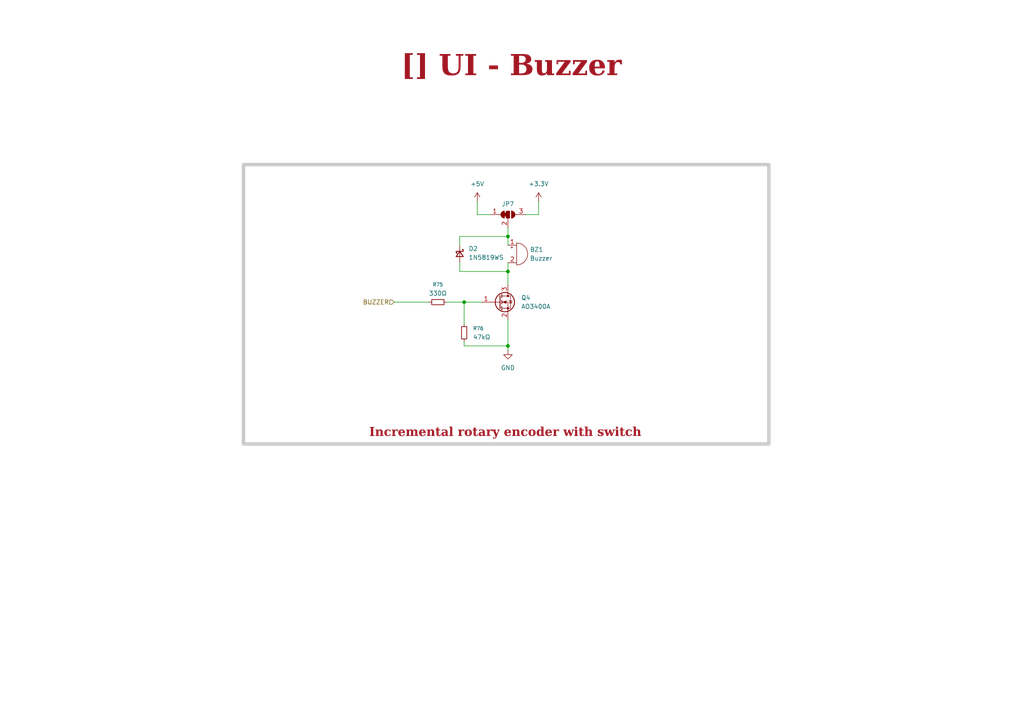
<source format=kicad_sch>
(kicad_sch (version 20250114) (generator "eeschema") (generator_version "9.0")
  (paper "A4")
  (title_block (title "UI - Buzzer") (rev "${REVISION}") (company "${COMPANY}"))
  (lib_symbols
    (symbol "0_diodes:1N5819WS" (pin_numbers (hide yes)) (pin_names (offset 0.254) (hide yes))
      (property "Reference" "D" (at -1.27 2.032 0))
      (property "Value" "1N5819WS" (at -7.112 -2.032 0))
      (symbol "1N5819WS_0_1"
        (polyline (pts (xy -1.27 0.762) (xy -1.27 1.016) (xy -0.762 1.016) (xy -0.762 -1.016) (xy -0.254 -1.016) (xy -0.254 -0.762)) (stroke (width 0.254)))
        (polyline (pts (xy -0.762 0) (xy 0.762 0)))
        (polyline (pts (xy 0.762 -1.016) (xy -0.762 0) (xy 0.762 1.016) (xy 0.762 -1.016)) (stroke (width 0.254)))
      )
      (symbol "1N5819WS_1_1"
        (pin passive line (at -2.54 0 0) (length 1.778) (name "K") (number "1"))
        (pin passive line (at 2.54 0 180) (length 1.778) (name "A") (number "2"))
      )
    )
    (symbol "0_resistors:0402WGF3300TCE" (pin_numbers (hide yes)) (pin_names (offset 0.254) (hide yes))
      (property "Reference" "R" (at 0 0 90))
      (property "Value" "330Ω" (at 1.778 0 90))
      (symbol "0402WGF3300TCE_0_1"
        (rectangle (start -0.762 1.778) (end 0.762 -1.778) (stroke (width 0.2032)))
      )
      (symbol "0402WGF3300TCE_1_1"
        (pin passive line (at 0 2.54 270) (length 0.762) (name "~") (number "1"))
        (pin passive line (at 0 -2.54 90) (length 0.762) (name "~") (number "2"))
      )
    )
    (symbol "0_resistors:0402WGF4702TCE" (pin_numbers (hide yes)) (pin_names (offset 0.254) (hide yes))
      (property "Reference" "R" (at 0 0 90))
      (property "Value" "47kΩ" (at 1.778 0 90))
      (symbol "0402WGF4702TCE_0_1"
        (rectangle (start -0.762 1.778) (end 0.762 -1.778) (stroke (width 0.2032)))
      )
      (symbol "0402WGF4702TCE_1_1"
        (pin passive line (at 0 2.54 270) (length 0.762) (name "~") (number "1"))
        (pin passive line (at 0 -2.54 90) (length 0.762) (name "~") (number "2"))
      )
    )
    (symbol "0_transistors:AO3400A" (pin_names (hide yes))
      (property "Reference" "Q" (at 5.08 1.905 0))
      (property "Value" "AO3400A" (at 5.08 0 0))
      (symbol "AO3400A_0_1"
        (polyline (pts (xy 0.254 1.905) (xy 0.254 -1.905)) (stroke (width 0.254)))
        (polyline (pts (xy 0.254 0) (xy -2.54 0)))
        (polyline (pts (xy 0.762 2.286) (xy 0.762 1.27)) (stroke (width 0.254)))
        (polyline (pts (xy 0.762 0.508) (xy 0.762 -0.508)) (stroke (width 0.254)))
        (polyline (pts (xy 0.762 -1.27) (xy 0.762 -2.286)) (stroke (width 0.254)))
        (polyline (pts (xy 0.762 -1.778) (xy 3.302 -1.778) (xy 3.302 1.778) (xy 0.762 1.778)))
        (polyline (pts (xy 1.016 0) (xy 2.032 0.381) (xy 2.032 -0.381) (xy 1.016 0)) (fill (type outline)))
        (circle (center 1.651 0) (radius 2.794) (stroke (width 0.254)))
        (polyline (pts (xy 2.54 2.54) (xy 2.54 1.778)))
        (circle (center 2.54 1.778) (radius 0.254) (fill (type outline)))
        (circle (center 2.54 -1.778) (radius 0.254) (fill (type outline)))
        (polyline (pts (xy 2.54 -2.54) (xy 2.54 0) (xy 0.762 0)))
        (polyline (pts (xy 2.794 0.508) (xy 2.921 0.381) (xy 3.683 0.381) (xy 3.81 0.254)))
        (polyline (pts (xy 3.302 0.381) (xy 2.921 -0.254) (xy 3.683 -0.254) (xy 3.302 0.381)))
      )
      (symbol "AO3400A_1_1"
        (pin input line (at -5.08 0 0) (length 2.54) (name "G") (number "1"))
        (pin passive line (at 2.54 5.08 270) (length 2.54) (name "D") (number "3"))
        (pin passive line (at 2.54 -5.08 90) (length 2.54) (name "S") (number "2"))
      )
    )
    (symbol "Device:Buzzer" (pin_names (offset 0.0254) (hide yes))
      (property "Reference" "BZ" (at 3.81 1.27 0))
      (property "Value" "Buzzer" (at 3.81 -1.27 0))
      (symbol "Buzzer_0_1"
        (polyline (pts (xy -1.651 1.905) (xy -1.143 1.905)))
        (polyline (pts (xy -1.397 2.159) (xy -1.397 1.651)))
        (arc (start 0 3.175) (mid 3.1612 0) (end 0 -3.175))
        (polyline (pts (xy 0 3.175) (xy 0 -3.175)))
      )
      (symbol "Buzzer_1_1"
        (pin passive line (at -2.54 2.54 0) (length 2.54) (name "+") (number "1"))
        (pin passive line (at -2.54 -2.54 0) (length 2.54) (name "-") (number "2"))
      )
    )
    (symbol "Jumper:SolderJumper_3_Bridged12" (pin_names (offset 0) (hide yes)) (in_bom no)
      (property "Reference" "JP" (at -2.54 -2.54 0))
      (property "Value" "SolderJumper_3_Bridged12" (at 0 2.794 0))
      (symbol "SolderJumper_3_Bridged12_0_1"
        (polyline (pts (xy -2.54 0) (xy -2.032 0)))
        (polyline (pts (xy -1.016 1.016) (xy -1.016 -1.016)))
        (rectangle (start -1.016 0.508) (end -0.508 -0.508) (fill (type outline)))
        (arc (start -1.016 -1.016) (mid -2.0276 0) (end -1.016 1.016))
        (arc (start -1.016 -1.016) (mid -2.0276 0) (end -1.016 1.016) (fill (type outline)))
        (rectangle (start -0.508 1.016) (end 0.508 -1.016) (fill (type outline)))
        (polyline (pts (xy 0 -1.27) (xy 0 -1.016)))
        (arc (start 1.016 1.016) (mid 2.0276 0) (end 1.016 -1.016))
        (arc (start 1.016 1.016) (mid 2.0276 0) (end 1.016 -1.016) (fill (type outline)))
        (polyline (pts (xy 1.016 1.016) (xy 1.016 -1.016)))
        (polyline (pts (xy 2.54 0) (xy 2.032 0)))
      )
      (symbol "SolderJumper_3_Bridged12_1_1"
        (pin passive line (at -5.08 0 0) (length 2.54) (name "A") (number "1"))
        (pin passive line (at 0 -3.81 90) (length 2.54) (name "C") (number "2"))
        (pin passive line (at 5.08 0 180) (length 2.54) (name "B") (number "3"))
      )
    )
    (symbol "power:+3.3V" (power) (pin_numbers (hide yes)) (pin_names (offset 0) (hide yes))
      (property "Value" "+3.3V" (at 0 3.556 0))
      (symbol "+3.3V_0_1"
        (polyline (pts (xy -0.762 1.27) (xy 0 2.54)))
        (polyline (pts (xy 0 2.54) (xy 0.762 1.27)))
        (polyline (pts (xy 0 0) (xy 0 2.54)))
      )
      (symbol "+3.3V_1_1"
        (pin power_in line (at 0 0 90) (length 0) (name "~") (number "1"))
      )
    )
    (symbol "power:+5V" (power) (pin_numbers (hide yes)) (pin_names (offset 0) (hide yes))
      (property "Value" "+5V" (at 0 3.556 0))
      (symbol "+5V_0_1"
        (polyline (pts (xy -0.762 1.27) (xy 0 2.54)))
        (polyline (pts (xy 0 2.54) (xy 0.762 1.27)))
        (polyline (pts (xy 0 0) (xy 0 2.54)))
      )
      (symbol "+5V_1_1"
        (pin power_in line (at 0 0 90) (length 0) (name "~") (number "1"))
      )
    )
    (symbol "power:GND" (power) (pin_numbers (hide yes)) (pin_names (offset 0) (hide yes))
      (property "Value" "GND" (at 0 -3.81 0))
      (symbol "GND_0_1"
        (polyline (pts (xy 0 0) (xy 0 -1.27) (xy 1.27 -1.27) (xy 0 -2.54) (xy -1.27 -1.27) (xy 0 -1.27)))
      )
      (symbol "GND_1_1"
        (pin power_in line (at 0 0 270) (length 0) (name "~") (number "1"))
      )
    )
  )
  (rectangle (start 70.612 47.752) (end 223.012 128.778) (stroke (width 1) (color 200 200 200 1)))
  (text_box "[${#}] ${TITLE}" (at 12.446 12.954 0) (size 271.78 12.7) (margins 4.4999 4.4999 4.4999 4.4999) (stroke (width -0.0001)) (effects (font (size 6 6) (thickness 1.2) (bold yes))))
  (text_box "Incremental rotary encoder with switch" (at 70.358 116.078 0) (size 152.4 12.7) (margins 1.9049 1.9049 1.9049 1.9049) (stroke (width -0.0001)) (effects (font (size 2.54 2.54) (thickness 0.508) (bold yes)) (justify bottom)))
  (junction (at 147.32 78.74))
  (junction (at 134.62 87.63))
  (junction (at 147.32 68.58))
  (junction (at 147.32 100.33))
  (wire (pts (xy 147.32 76.2) (xy 147.32 78.74)))
  (wire (pts (xy 147.32 68.58) (xy 147.32 71.12)))
  (wire (pts (xy 133.35 78.74) (xy 147.32 78.74)))
  (wire (pts (xy 138.43 62.23) (xy 142.24 62.23)))
  (wire (pts (xy 147.32 66.04) (xy 147.32 68.58)))
  (wire (pts (xy 134.62 87.63) (xy 139.7 87.63)))
  (wire (pts (xy 114.3 87.63) (xy 124.46 87.63)))
  (wire (pts (xy 147.32 92.71) (xy 147.32 100.33)))
  (wire (pts (xy 133.35 78.74) (xy 133.35 76.2)))
  (wire (pts (xy 129.54 87.63) (xy 134.62 87.63)))
  (wire (pts (xy 147.32 78.74) (xy 147.32 82.55)))
  (wire (pts (xy 134.62 100.33) (xy 147.32 100.33)))
  (wire (pts (xy 138.43 58.42) (xy 138.43 62.23)))
  (wire (pts (xy 134.62 87.63) (xy 134.62 93.98)))
  (wire (pts (xy 133.35 68.58) (xy 147.32 68.58)))
  (wire (pts (xy 152.4 62.23) (xy 156.21 62.23)))
  (wire (pts (xy 156.21 58.42) (xy 156.21 62.23)))
  (wire (pts (xy 147.32 100.33) (xy 147.32 101.6)))
  (wire (pts (xy 133.35 68.58) (xy 133.35 71.12)))
  (wire (pts (xy 134.62 99.06) (xy 134.62 100.33)))
  (hierarchical_label "BUZZER" (shape input) (at 114.3 87.63 180))
  (symbol (lib_id "Device:Buzzer") (at 149.86 73.66 0) (unit 1)
    (property "Reference" "BZ1" (at 153.67 72.39 0) (effects (justify left)))
    (property "Value" "Buzzer" (at 153.67 74.93 0) (effects (justify left)))
    (property "Footprint" "Buzzer_Beeper:Buzzer_TDK_PS1240P02BT_D12.2mm_H6.5mm" (effects (hide yes)))
    (property "Description" "Buzzer, polarized" (effects (hide yes)))
    (property "Supplier 1" "JLCPCB" (effects (hide yes)))
    (property "Supplier Part Number 1" "C96493" (effects (hide yes)))
  )
  (symbol (lib_id "0_resistors:0402WGF4702TCE") (at 134.62 96.52 0) (unit 1)
    (property "Reference" "R76" (at 137.16 95.25 0) (effects (font (size 1.016 1.016)) (justify left)))
    (property "Value" "47kΩ" (at 137.16 97.79 0) (effects (justify left)))
    (property "Footprint" "0_resistors:R_0402_1005Metric" (effects (hide yes)))
    (property "Description" "50V ±100ppm/℃ ±1% 47kΩ 0402" (effects (hide yes)))
    (property "Supplier 1" "JLCPCB" (effects (hide yes)))
    (property "Supplier Part Number 1" "C25792" (effects (hide yes)))
    (property "LCSC PN" "C25792" (effects (hide yes)))
  )
  (symbol (lib_id "power:+5V") (at 138.43 58.42 0) (unit 1)
    (property "Reference" "#PWR0146" (effects (hide yes)))
    (property "Value" "+5V" (at 138.43 53.34 0))
    (property "Description" "Power symbol creates a global label with name \"+5V\"" (effects (hide yes)))
  )
  (symbol (lib_id "0_resistors:0402WGF3300TCE") (at 127 87.63 90) (unit 1)
    (property "Reference" "R75" (at 127 82.55 90) (effects (font (size 1.016 1.016))))
    (property "Value" "330Ω" (at 127 85.09 90))
    (property "Footprint" "0_resistors:R_0402_1005Metric" (effects (hide yes)))
    (property "Description" "-55℃~+155℃ 330Ω 50V 62.5mW Thick Film Resistor ±1% ±100ppm/℃ 0402 Chip Resistor - Surface Mount ROHS" (effects (hide yes)))
    (property "Supplier 1" "JLCPCB" (effects (hide yes)))
    (property "Supplier Part Number 1" "C25104" (effects (hide yes)))
    (property "LCSC PN" "C25104" (effects (hide yes)))
  )
  (symbol (lib_id "0_transistors:AO3400A") (at 144.78 87.63 0) (unit 1)
    (property "Reference" "Q4" (at 151.13 86.36 0) (effects (justify left)))
    (property "Value" "AO3400A" (at 151.13 88.9 0) (effects (justify left)))
    (property "Footprint" "Package_TO_SOT_SMD:SOT-23" (effects (hide yes)))
    (property "Datasheet" "http://www.aosmd.com/pdfs/datasheet/AO3400A.pdf" (effects (hide yes)))
    (property "Description" "30V Vds, 5.7A Id, N-Channel MOSFET, SOT-23" (effects (hide yes)))
    (property "Supplier 1" "JLCPCB" (effects (hide yes)))
    (property "Supplier Part Number 1" "C20917" (effects (hide yes)))
    (property "LCSC PN" "C20917" (effects (hide yes)))
  )
  (symbol (lib_id "power:+3.3V") (at 156.21 58.42 0) (unit 1)
    (property "Reference" "#PWR0147" (effects (hide yes)))
    (property "Value" "+3.3V" (at 156.21 53.34 0))
    (property "Description" "Power symbol creates a global label with name \"+3.3V\"" (effects (hide yes)))
  )
  (symbol (lib_id "power:GND") (at 147.32 101.6 0) (unit 1)
    (property "Reference" "#PWR0145" (effects (hide yes)))
    (property "Value" "GND" (at 147.32 106.68 0))
    (property "Description" "Power symbol creates a global label with name \"GND\" , ground" (effects (hide yes)))
  )
  (symbol (lib_id "Jumper:SolderJumper_3_Bridged12") (at 147.32 62.23 0) (unit 1) (in_bom no)
    (property "Reference" "JP7" (at 147.32 59.182 0))
    (property "Value" "SolderJumper_3_Bridged12" (effects (hide yes)))
    (property "Footprint" "Jumper:SolderJumper-3_P2.0mm_Open_TrianglePad1.0x1.5mm_NumberLabels" (effects (hide yes)))
    (property "Description" "3-pole Solder Jumper, pins 1+2 closed/bridged" (effects (hide yes)))
  )
  (symbol (lib_id "0_diodes:1N5819WS") (at 133.35 73.66 270) (unit 1)
    (property "Reference" "D2" (at 135.89 72.136 90) (effects (justify left)))
    (property "Value" "1N5819WS" (at 135.89 74.676 90) (effects (justify left)))
    (property "Footprint" "0_diodes:D_SOD-323" (effects (hide yes)))
    (property "Description" "40V 600mV@1A 1A SOD-323 Schottky Diodes ROHS" (effects (hide yes)))
    (property "Supplier 1" "JLCPCB" (effects (hide yes)))
    (property "Supplier Part Number 1" "C191023" (effects (hide yes)))
    (property "LCSC PN" "C191023" (effects (hide yes)))
  )
)
</source>
